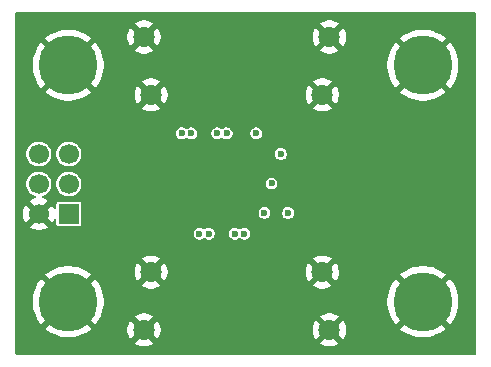
<source format=gbr>
%TF.GenerationSoftware,KiCad,Pcbnew,9.0.6*%
%TF.CreationDate,2025-12-18T20:09:51-08:00*%
%TF.ProjectId,hdmi,68646d69-2e6b-4696-9361-645f70636258,rev?*%
%TF.SameCoordinates,Original*%
%TF.FileFunction,Copper,L3,Inr*%
%TF.FilePolarity,Positive*%
%FSLAX46Y46*%
G04 Gerber Fmt 4.6, Leading zero omitted, Abs format (unit mm)*
G04 Created by KiCad (PCBNEW 9.0.6) date 2025-12-18 20:09:51*
%MOMM*%
%LPD*%
G01*
G04 APERTURE LIST*
%TA.AperFunction,ComponentPad*%
%ADD10C,5.000000*%
%TD*%
%TA.AperFunction,ComponentPad*%
%ADD11C,1.800000*%
%TD*%
%TA.AperFunction,ComponentPad*%
%ADD12R,1.700000X1.700000*%
%TD*%
%TA.AperFunction,ComponentPad*%
%ADD13C,1.700000*%
%TD*%
%TA.AperFunction,ViaPad*%
%ADD14C,0.600000*%
%TD*%
G04 APERTURE END LIST*
D10*
%TO.N,GND*%
%TO.C,H2*%
X150000000Y-80000000D03*
%TD*%
%TO.N,GND*%
%TO.C,H4*%
X150000000Y-100000000D03*
%TD*%
%TO.N,GND*%
%TO.C,H1*%
X120000000Y-80000000D03*
%TD*%
D11*
%TO.N,GND*%
%TO.C,J1*%
X142100000Y-77600000D03*
X141500000Y-82500000D03*
X127000000Y-82500000D03*
X126400000Y-77600000D03*
%TD*%
D10*
%TO.N,GND*%
%TO.C,H3*%
X120000000Y-100000000D03*
%TD*%
D12*
%TO.N,unconnected-(J3-Pin_1-Pad1)*%
%TO.C,J3*%
X120040000Y-92580000D03*
D13*
%TO.N,GND*%
X117500000Y-92580000D03*
%TO.N,unconnected-(J3-Pin_3-Pad3)*%
X120040000Y-90040000D03*
%TO.N,Net-(D2-K)*%
X117500000Y-90040000D03*
%TO.N,VDD*%
X120040000Y-87500000D03*
%TO.N,Net-(D1-K)*%
X117500000Y-87500000D03*
%TD*%
D11*
%TO.N,GND*%
%TO.C,J2*%
X142100000Y-102400000D03*
X141500000Y-97500000D03*
X127000000Y-97500000D03*
X126400000Y-102400000D03*
%TD*%
D14*
%TO.N,Net-(J1-HPD)*%
X138600000Y-92500000D03*
%TO.N,Net-(J1-SDA)*%
X137200000Y-90000000D03*
%TO.N,Net-(J1-UTILITY)*%
X135900000Y-85750000D03*
%TO.N,Net-(J1-SCL)*%
X136600000Y-92500000D03*
%TO.N,/D0+*%
X132600000Y-85750000D03*
%TO.N,/D1+*%
X131100000Y-94250000D03*
%TO.N,/D2+*%
X129600000Y-85750000D03*
%TO.N,/D1-*%
X131900000Y-94250000D03*
%TO.N,/D0-*%
X133400000Y-85750000D03*
%TO.N,/D2-*%
X130400000Y-85750000D03*
%TO.N,/CK+*%
X134100000Y-94250000D03*
%TO.N,/CK-*%
X134900000Y-94250000D03*
%TO.N,GND*%
X132500000Y-100000000D03*
X129000000Y-89500000D03*
X150000000Y-87000000D03*
X145500000Y-81000000D03*
X130000000Y-80000000D03*
X130000000Y-82000000D03*
X150000000Y-90000000D03*
X148000000Y-93000000D03*
X129000000Y-92500000D03*
X150000000Y-95000000D03*
X145500000Y-99000000D03*
X129000000Y-90500000D03*
X141500000Y-88000000D03*
X145500000Y-85000000D03*
X130000000Y-98000000D03*
X145500000Y-95000000D03*
X150000000Y-86000000D03*
X150000000Y-91000000D03*
X150000000Y-92000000D03*
X145500000Y-97000000D03*
X133000000Y-98000000D03*
X145500000Y-87000000D03*
X139250000Y-89000000D03*
X129000000Y-91500000D03*
X150000000Y-93000000D03*
X129000000Y-88500000D03*
X137500000Y-82000000D03*
X148000000Y-87000000D03*
X141500000Y-92000000D03*
X134500000Y-98000000D03*
X145500000Y-83000000D03*
X141500000Y-85000000D03*
X120000000Y-95000000D03*
X141500000Y-87000000D03*
X150000000Y-94000000D03*
X132500000Y-80000000D03*
X150000000Y-85000000D03*
X141500000Y-94000000D03*
X141500000Y-93000000D03*
X141500000Y-90000000D03*
X120000000Y-85000000D03*
X139250000Y-88000000D03*
X150000000Y-89000000D03*
X143500000Y-87000000D03*
X130000000Y-100000000D03*
X139250000Y-90000000D03*
X139250000Y-86000000D03*
X141500000Y-89000000D03*
X141500000Y-95000000D03*
X131500000Y-82000000D03*
X150000000Y-88000000D03*
X137500000Y-100000000D03*
X141500000Y-91000000D03*
X139250000Y-87000000D03*
X134500000Y-82000000D03*
X139250000Y-91000000D03*
X143500000Y-93000000D03*
X129000000Y-86500000D03*
X143500000Y-90000000D03*
X135000000Y-80000000D03*
X129000000Y-87500000D03*
X137500000Y-80000000D03*
X129000000Y-94500000D03*
X137500000Y-98000000D03*
X133000000Y-82000000D03*
X129000000Y-93500000D03*
X141500000Y-86000000D03*
X135000000Y-100000000D03*
X131500000Y-98000000D03*
X139250000Y-94000000D03*
X145500000Y-93000000D03*
%TO.N,Net-(J1-+5V)*%
X138000000Y-87500000D03*
%TD*%
%TA.AperFunction,Conductor*%
%TO.N,GND*%
G36*
X154442539Y-75520185D02*
G01*
X154488294Y-75572989D01*
X154499500Y-75624500D01*
X154499500Y-104375500D01*
X154479815Y-104442539D01*
X154427011Y-104488294D01*
X154375500Y-104499500D01*
X115624500Y-104499500D01*
X115557461Y-104479815D01*
X115511706Y-104427011D01*
X115500500Y-104375500D01*
X115500500Y-99831519D01*
X117000000Y-99831519D01*
X117000000Y-100168480D01*
X117037725Y-100503297D01*
X117037727Y-100503313D01*
X117112705Y-100831814D01*
X117112709Y-100831826D01*
X117223995Y-101149862D01*
X117370191Y-101453440D01*
X117549461Y-101738747D01*
X117708397Y-101938048D01*
X118956320Y-100690125D01*
X119046554Y-100814320D01*
X119185680Y-100953446D01*
X119309873Y-101043678D01*
X118061950Y-102291601D01*
X118261252Y-102450538D01*
X118546559Y-102629808D01*
X118850137Y-102776004D01*
X119168173Y-102887290D01*
X119168185Y-102887294D01*
X119496686Y-102962272D01*
X119496702Y-102962274D01*
X119831519Y-102999999D01*
X119831521Y-103000000D01*
X120168479Y-103000000D01*
X120168480Y-102999999D01*
X120503297Y-102962274D01*
X120503313Y-102962272D01*
X120831814Y-102887294D01*
X120831826Y-102887290D01*
X121149862Y-102776004D01*
X121453440Y-102629808D01*
X121738747Y-102450538D01*
X121938047Y-102291600D01*
X121938047Y-102291599D01*
X121936266Y-102289818D01*
X125000000Y-102289818D01*
X125000000Y-102510181D01*
X125034473Y-102727835D01*
X125102567Y-102937410D01*
X125202611Y-103133756D01*
X125248932Y-103197513D01*
X125798958Y-102647487D01*
X125823978Y-102707890D01*
X125895112Y-102814351D01*
X125985649Y-102904888D01*
X126092110Y-102976022D01*
X126152510Y-103001041D01*
X125602485Y-103551065D01*
X125602485Y-103551066D01*
X125666243Y-103597388D01*
X125862589Y-103697432D01*
X126072164Y-103765526D01*
X126289819Y-103800000D01*
X126510181Y-103800000D01*
X126727835Y-103765526D01*
X126937410Y-103697432D01*
X127133760Y-103597386D01*
X127197513Y-103551066D01*
X127197514Y-103551066D01*
X126647488Y-103001041D01*
X126707890Y-102976022D01*
X126814351Y-102904888D01*
X126904888Y-102814351D01*
X126976022Y-102707890D01*
X127001041Y-102647488D01*
X127551066Y-103197514D01*
X127551066Y-103197513D01*
X127597386Y-103133760D01*
X127697432Y-102937410D01*
X127765526Y-102727835D01*
X127800000Y-102510181D01*
X127800000Y-102289818D01*
X140700000Y-102289818D01*
X140700000Y-102510181D01*
X140734473Y-102727835D01*
X140802567Y-102937410D01*
X140902611Y-103133756D01*
X140948932Y-103197513D01*
X141498958Y-102647487D01*
X141523978Y-102707890D01*
X141595112Y-102814351D01*
X141685649Y-102904888D01*
X141792110Y-102976022D01*
X141852510Y-103001041D01*
X141302485Y-103551065D01*
X141302485Y-103551066D01*
X141366243Y-103597388D01*
X141562589Y-103697432D01*
X141772164Y-103765526D01*
X141989819Y-103800000D01*
X142210181Y-103800000D01*
X142427835Y-103765526D01*
X142637410Y-103697432D01*
X142833760Y-103597386D01*
X142897513Y-103551066D01*
X142897514Y-103551066D01*
X142347488Y-103001041D01*
X142407890Y-102976022D01*
X142514351Y-102904888D01*
X142604888Y-102814351D01*
X142676022Y-102707890D01*
X142701041Y-102647489D01*
X143251066Y-103197514D01*
X143251066Y-103197513D01*
X143297386Y-103133760D01*
X143397432Y-102937410D01*
X143465526Y-102727835D01*
X143500000Y-102510181D01*
X143500000Y-102289821D01*
X143495681Y-102262555D01*
X143495681Y-102262553D01*
X143465526Y-102072164D01*
X143397432Y-101862589D01*
X143297388Y-101666243D01*
X143251066Y-101602485D01*
X143251065Y-101602485D01*
X142701041Y-102152510D01*
X142676022Y-102092110D01*
X142604888Y-101985649D01*
X142514351Y-101895112D01*
X142407890Y-101823978D01*
X142347487Y-101798957D01*
X142897513Y-101248932D01*
X142833756Y-101202611D01*
X142637410Y-101102567D01*
X142427835Y-101034473D01*
X142210181Y-101000000D01*
X141989819Y-101000000D01*
X141772164Y-101034473D01*
X141562589Y-101102567D01*
X141366233Y-101202616D01*
X141302485Y-101248931D01*
X141302485Y-101248932D01*
X141852511Y-101798958D01*
X141792110Y-101823978D01*
X141685649Y-101895112D01*
X141595112Y-101985649D01*
X141523978Y-102092110D01*
X141498958Y-102152511D01*
X140948932Y-101602485D01*
X140948931Y-101602485D01*
X140902616Y-101666233D01*
X140802567Y-101862589D01*
X140734473Y-102072164D01*
X140700000Y-102289818D01*
X127800000Y-102289818D01*
X127765526Y-102072164D01*
X127697432Y-101862589D01*
X127597388Y-101666243D01*
X127551066Y-101602485D01*
X127551065Y-101602485D01*
X127001041Y-102152510D01*
X126976022Y-102092110D01*
X126904888Y-101985649D01*
X126814351Y-101895112D01*
X126707890Y-101823978D01*
X126647487Y-101798957D01*
X127197513Y-101248932D01*
X127133756Y-101202611D01*
X126937410Y-101102567D01*
X126727835Y-101034473D01*
X126510181Y-101000000D01*
X126289819Y-101000000D01*
X126072164Y-101034473D01*
X125862589Y-101102567D01*
X125666233Y-101202616D01*
X125602485Y-101248931D01*
X125602485Y-101248932D01*
X126152511Y-101798958D01*
X126092110Y-101823978D01*
X125985649Y-101895112D01*
X125895112Y-101985649D01*
X125823978Y-102092110D01*
X125798958Y-102152511D01*
X125248932Y-101602485D01*
X125248931Y-101602485D01*
X125202616Y-101666233D01*
X125102567Y-101862589D01*
X125034473Y-102072164D01*
X125000000Y-102289818D01*
X121936266Y-102289818D01*
X120690126Y-101043678D01*
X120814320Y-100953446D01*
X120953446Y-100814320D01*
X121043678Y-100690126D01*
X122291600Y-101938048D01*
X122450538Y-101738747D01*
X122629808Y-101453440D01*
X122731446Y-101242389D01*
X122776004Y-101149862D01*
X122887290Y-100831826D01*
X122887294Y-100831814D01*
X122962272Y-100503313D01*
X122962274Y-100503297D01*
X122999999Y-100168480D01*
X123000000Y-100168478D01*
X123000000Y-99831521D01*
X122999999Y-99831519D01*
X147000000Y-99831519D01*
X147000000Y-100168480D01*
X147037725Y-100503297D01*
X147037727Y-100503313D01*
X147112705Y-100831814D01*
X147112709Y-100831826D01*
X147223995Y-101149862D01*
X147370191Y-101453440D01*
X147549461Y-101738747D01*
X147708397Y-101938048D01*
X148956320Y-100690125D01*
X149046554Y-100814320D01*
X149185680Y-100953446D01*
X149309873Y-101043678D01*
X148061950Y-102291601D01*
X148261252Y-102450538D01*
X148546559Y-102629808D01*
X148850137Y-102776004D01*
X149168173Y-102887290D01*
X149168185Y-102887294D01*
X149496686Y-102962272D01*
X149496702Y-102962274D01*
X149831519Y-102999999D01*
X149831521Y-103000000D01*
X150168479Y-103000000D01*
X150168480Y-102999999D01*
X150503297Y-102962274D01*
X150503313Y-102962272D01*
X150831814Y-102887294D01*
X150831826Y-102887290D01*
X151149862Y-102776004D01*
X151453440Y-102629808D01*
X151738747Y-102450538D01*
X151938048Y-102291600D01*
X150690126Y-101043678D01*
X150814320Y-100953446D01*
X150953446Y-100814320D01*
X151043678Y-100690126D01*
X152291600Y-101938048D01*
X152450538Y-101738747D01*
X152629808Y-101453440D01*
X152776004Y-101149862D01*
X152887290Y-100831826D01*
X152887294Y-100831814D01*
X152962272Y-100503313D01*
X152962274Y-100503297D01*
X152999999Y-100168480D01*
X153000000Y-100168478D01*
X153000000Y-99831521D01*
X152999999Y-99831519D01*
X152962274Y-99496702D01*
X152962272Y-99496686D01*
X152887294Y-99168185D01*
X152887290Y-99168173D01*
X152776004Y-98850137D01*
X152629808Y-98546559D01*
X152450538Y-98261252D01*
X152291601Y-98061950D01*
X151043678Y-99309873D01*
X150953446Y-99185680D01*
X150814320Y-99046554D01*
X150690124Y-98956320D01*
X151938048Y-97708397D01*
X151738747Y-97549461D01*
X151453440Y-97370191D01*
X151149862Y-97223995D01*
X150831826Y-97112709D01*
X150831814Y-97112705D01*
X150503313Y-97037727D01*
X150503297Y-97037725D01*
X150168480Y-97000000D01*
X149831519Y-97000000D01*
X149496702Y-97037725D01*
X149496686Y-97037727D01*
X149168185Y-97112705D01*
X149168173Y-97112709D01*
X148850137Y-97223995D01*
X148546559Y-97370191D01*
X148261252Y-97549461D01*
X148061950Y-97708397D01*
X149309873Y-98956320D01*
X149185680Y-99046554D01*
X149046554Y-99185680D01*
X148956320Y-99309873D01*
X147708397Y-98061950D01*
X147549461Y-98261252D01*
X147370191Y-98546559D01*
X147223995Y-98850137D01*
X147112709Y-99168173D01*
X147112705Y-99168185D01*
X147037727Y-99496686D01*
X147037725Y-99496702D01*
X147000000Y-99831519D01*
X122999999Y-99831519D01*
X122962274Y-99496702D01*
X122962272Y-99496686D01*
X122887294Y-99168185D01*
X122887290Y-99168173D01*
X122776004Y-98850137D01*
X122683287Y-98657609D01*
X122629808Y-98546559D01*
X122450538Y-98261252D01*
X122291601Y-98061950D01*
X121043678Y-99309873D01*
X120953446Y-99185680D01*
X120814320Y-99046554D01*
X120690124Y-98956320D01*
X121938048Y-97708397D01*
X121738747Y-97549461D01*
X121644020Y-97489940D01*
X121484676Y-97389818D01*
X125600000Y-97389818D01*
X125600000Y-97610181D01*
X125634473Y-97827835D01*
X125702567Y-98037410D01*
X125802611Y-98233756D01*
X125848932Y-98297513D01*
X126398958Y-97747487D01*
X126423978Y-97807890D01*
X126495112Y-97914351D01*
X126585649Y-98004888D01*
X126692110Y-98076022D01*
X126752510Y-98101041D01*
X126202485Y-98651065D01*
X126202485Y-98651066D01*
X126266243Y-98697388D01*
X126462589Y-98797432D01*
X126672164Y-98865526D01*
X126889819Y-98900000D01*
X127110181Y-98900000D01*
X127327835Y-98865526D01*
X127537410Y-98797432D01*
X127733760Y-98697386D01*
X127797513Y-98651066D01*
X127797514Y-98651066D01*
X127247488Y-98101041D01*
X127307890Y-98076022D01*
X127414351Y-98004888D01*
X127504888Y-97914351D01*
X127576022Y-97807890D01*
X127601041Y-97747488D01*
X128151066Y-98297514D01*
X128151066Y-98297513D01*
X128197386Y-98233760D01*
X128297432Y-98037410D01*
X128365526Y-97827835D01*
X128400000Y-97610181D01*
X128400000Y-97389818D01*
X140100000Y-97389818D01*
X140100000Y-97610181D01*
X140134473Y-97827835D01*
X140202567Y-98037410D01*
X140302611Y-98233756D01*
X140348932Y-98297513D01*
X140898958Y-97747487D01*
X140923978Y-97807890D01*
X140995112Y-97914351D01*
X141085649Y-98004888D01*
X141192110Y-98076022D01*
X141252510Y-98101041D01*
X140702485Y-98651065D01*
X140702485Y-98651066D01*
X140766243Y-98697388D01*
X140962589Y-98797432D01*
X141172164Y-98865526D01*
X141389819Y-98900000D01*
X141610181Y-98900000D01*
X141827835Y-98865526D01*
X142037410Y-98797432D01*
X142233760Y-98697386D01*
X142297513Y-98651066D01*
X142297514Y-98651066D01*
X141747488Y-98101041D01*
X141807890Y-98076022D01*
X141914351Y-98004888D01*
X142004888Y-97914351D01*
X142076022Y-97807890D01*
X142101041Y-97747489D01*
X142651066Y-98297514D01*
X142651066Y-98297513D01*
X142697386Y-98233760D01*
X142797432Y-98037410D01*
X142865526Y-97827835D01*
X142879843Y-97737446D01*
X142900000Y-97610181D01*
X142900000Y-97389818D01*
X142865526Y-97172164D01*
X142797432Y-96962589D01*
X142697388Y-96766243D01*
X142651066Y-96702485D01*
X142651065Y-96702485D01*
X142101041Y-97252510D01*
X142076022Y-97192110D01*
X142004888Y-97085649D01*
X141914351Y-96995112D01*
X141807890Y-96923978D01*
X141747487Y-96898957D01*
X142297513Y-96348932D01*
X142233756Y-96302611D01*
X142037410Y-96202567D01*
X141827835Y-96134473D01*
X141610181Y-96100000D01*
X141389819Y-96100000D01*
X141172164Y-96134473D01*
X140962589Y-96202567D01*
X140766233Y-96302616D01*
X140702485Y-96348931D01*
X140702485Y-96348932D01*
X141252511Y-96898958D01*
X141192110Y-96923978D01*
X141085649Y-96995112D01*
X140995112Y-97085649D01*
X140923978Y-97192110D01*
X140898958Y-97252511D01*
X140348932Y-96702485D01*
X140348931Y-96702485D01*
X140302616Y-96766233D01*
X140202567Y-96962589D01*
X140134473Y-97172164D01*
X140100000Y-97389818D01*
X128400000Y-97389818D01*
X128365526Y-97172164D01*
X128297432Y-96962589D01*
X128197388Y-96766243D01*
X128151066Y-96702485D01*
X128151065Y-96702485D01*
X127601041Y-97252510D01*
X127576022Y-97192110D01*
X127504888Y-97085649D01*
X127414351Y-96995112D01*
X127307890Y-96923978D01*
X127247487Y-96898957D01*
X127797513Y-96348932D01*
X127733756Y-96302611D01*
X127537410Y-96202567D01*
X127327835Y-96134473D01*
X127110181Y-96100000D01*
X126889819Y-96100000D01*
X126672164Y-96134473D01*
X126462589Y-96202567D01*
X126266233Y-96302616D01*
X126202485Y-96348931D01*
X126202485Y-96348932D01*
X126752511Y-96898958D01*
X126692110Y-96923978D01*
X126585649Y-96995112D01*
X126495112Y-97085649D01*
X126423978Y-97192110D01*
X126398958Y-97252511D01*
X125848932Y-96702485D01*
X125848931Y-96702485D01*
X125802616Y-96766233D01*
X125702567Y-96962589D01*
X125634473Y-97172164D01*
X125600000Y-97389818D01*
X121484676Y-97389818D01*
X121453440Y-97370191D01*
X121149862Y-97223995D01*
X120831826Y-97112709D01*
X120831814Y-97112705D01*
X120503313Y-97037727D01*
X120503297Y-97037725D01*
X120168480Y-97000000D01*
X119831519Y-97000000D01*
X119496702Y-97037725D01*
X119496686Y-97037727D01*
X119168185Y-97112705D01*
X119168173Y-97112709D01*
X118850137Y-97223995D01*
X118546559Y-97370191D01*
X118261252Y-97549461D01*
X118061950Y-97708397D01*
X119309873Y-98956320D01*
X119185680Y-99046554D01*
X119046554Y-99185680D01*
X118956320Y-99309873D01*
X117708397Y-98061950D01*
X117549461Y-98261252D01*
X117370191Y-98546559D01*
X117223995Y-98850137D01*
X117112709Y-99168173D01*
X117112705Y-99168185D01*
X117037727Y-99496686D01*
X117037725Y-99496702D01*
X117000000Y-99831519D01*
X115500500Y-99831519D01*
X115500500Y-94184108D01*
X130599500Y-94184108D01*
X130599500Y-94315891D01*
X130633608Y-94443187D01*
X130666554Y-94500250D01*
X130699500Y-94557314D01*
X130792686Y-94650500D01*
X130906814Y-94716392D01*
X131034108Y-94750500D01*
X131034110Y-94750500D01*
X131165890Y-94750500D01*
X131165892Y-94750500D01*
X131293186Y-94716392D01*
X131407314Y-94650500D01*
X131412319Y-94645495D01*
X131473642Y-94612010D01*
X131543334Y-94616994D01*
X131587681Y-94645495D01*
X131592686Y-94650500D01*
X131706814Y-94716392D01*
X131834108Y-94750500D01*
X131834110Y-94750500D01*
X131965890Y-94750500D01*
X131965892Y-94750500D01*
X132093186Y-94716392D01*
X132207314Y-94650500D01*
X132300500Y-94557314D01*
X132366392Y-94443186D01*
X132400500Y-94315892D01*
X132400500Y-94184108D01*
X133599500Y-94184108D01*
X133599500Y-94315891D01*
X133633608Y-94443187D01*
X133666554Y-94500250D01*
X133699500Y-94557314D01*
X133792686Y-94650500D01*
X133906814Y-94716392D01*
X134034108Y-94750500D01*
X134034110Y-94750500D01*
X134165890Y-94750500D01*
X134165892Y-94750500D01*
X134293186Y-94716392D01*
X134407314Y-94650500D01*
X134412319Y-94645495D01*
X134473642Y-94612010D01*
X134543334Y-94616994D01*
X134587681Y-94645495D01*
X134592686Y-94650500D01*
X134706814Y-94716392D01*
X134834108Y-94750500D01*
X134834110Y-94750500D01*
X134965890Y-94750500D01*
X134965892Y-94750500D01*
X135093186Y-94716392D01*
X135207314Y-94650500D01*
X135300500Y-94557314D01*
X135366392Y-94443186D01*
X135400500Y-94315892D01*
X135400500Y-94184108D01*
X135366392Y-94056814D01*
X135300500Y-93942686D01*
X135207314Y-93849500D01*
X135150250Y-93816554D01*
X135093187Y-93783608D01*
X135029539Y-93766554D01*
X134965892Y-93749500D01*
X134834108Y-93749500D01*
X134706812Y-93783608D01*
X134592686Y-93849500D01*
X134592683Y-93849502D01*
X134587681Y-93854505D01*
X134526358Y-93887990D01*
X134456666Y-93883006D01*
X134412319Y-93854505D01*
X134407316Y-93849502D01*
X134407314Y-93849500D01*
X134350250Y-93816554D01*
X134293187Y-93783608D01*
X134229539Y-93766554D01*
X134165892Y-93749500D01*
X134034108Y-93749500D01*
X133906812Y-93783608D01*
X133792686Y-93849500D01*
X133792683Y-93849502D01*
X133699502Y-93942683D01*
X133699500Y-93942686D01*
X133633608Y-94056812D01*
X133599500Y-94184108D01*
X132400500Y-94184108D01*
X132366392Y-94056814D01*
X132300500Y-93942686D01*
X132207314Y-93849500D01*
X132150250Y-93816554D01*
X132093187Y-93783608D01*
X132029539Y-93766554D01*
X131965892Y-93749500D01*
X131834108Y-93749500D01*
X131706812Y-93783608D01*
X131592686Y-93849500D01*
X131592683Y-93849502D01*
X131587681Y-93854505D01*
X131526358Y-93887990D01*
X131456666Y-93883006D01*
X131412319Y-93854505D01*
X131407316Y-93849502D01*
X131407314Y-93849500D01*
X131350250Y-93816554D01*
X131293187Y-93783608D01*
X131229539Y-93766554D01*
X131165892Y-93749500D01*
X131034108Y-93749500D01*
X130906812Y-93783608D01*
X130792686Y-93849500D01*
X130792683Y-93849502D01*
X130699502Y-93942683D01*
X130699500Y-93942686D01*
X130633608Y-94056812D01*
X130599500Y-94184108D01*
X115500500Y-94184108D01*
X115500500Y-92473753D01*
X116150000Y-92473753D01*
X116150000Y-92686246D01*
X116183242Y-92896127D01*
X116183242Y-92896130D01*
X116248904Y-93098217D01*
X116345375Y-93287550D01*
X116384728Y-93341716D01*
X117017037Y-92709408D01*
X117034075Y-92772993D01*
X117099901Y-92887007D01*
X117192993Y-92980099D01*
X117307007Y-93045925D01*
X117370590Y-93062962D01*
X116738282Y-93695269D01*
X116738282Y-93695270D01*
X116792449Y-93734624D01*
X116981782Y-93831095D01*
X117183870Y-93896757D01*
X117393754Y-93930000D01*
X117606246Y-93930000D01*
X117816127Y-93896757D01*
X117816130Y-93896757D01*
X118018217Y-93831095D01*
X118207554Y-93734622D01*
X118261716Y-93695270D01*
X118261717Y-93695270D01*
X117629408Y-93062962D01*
X117692993Y-93045925D01*
X117807007Y-92980099D01*
X117900099Y-92887007D01*
X117965925Y-92772993D01*
X117982962Y-92709408D01*
X118615270Y-93341717D01*
X118615270Y-93341716D01*
X118654622Y-93287554D01*
X118753306Y-93093879D01*
X118754321Y-93094396D01*
X118794779Y-93044192D01*
X118861073Y-93022127D01*
X118928772Y-93039406D01*
X118976383Y-93090542D01*
X118989500Y-93146048D01*
X118989500Y-93449752D01*
X119001131Y-93508229D01*
X119001132Y-93508230D01*
X119045447Y-93574552D01*
X119111769Y-93618867D01*
X119111770Y-93618868D01*
X119170247Y-93630499D01*
X119170250Y-93630500D01*
X119170252Y-93630500D01*
X120909750Y-93630500D01*
X120909751Y-93630499D01*
X120924568Y-93627552D01*
X120968229Y-93618868D01*
X120968229Y-93618867D01*
X120968231Y-93618867D01*
X121034552Y-93574552D01*
X121078867Y-93508231D01*
X121078867Y-93508229D01*
X121078868Y-93508229D01*
X121090499Y-93449752D01*
X121090500Y-93449750D01*
X121090500Y-92434108D01*
X136099500Y-92434108D01*
X136099500Y-92565891D01*
X136133608Y-92693187D01*
X136166554Y-92750250D01*
X136199500Y-92807314D01*
X136292686Y-92900500D01*
X136406814Y-92966392D01*
X136534108Y-93000500D01*
X136534110Y-93000500D01*
X136665890Y-93000500D01*
X136665892Y-93000500D01*
X136793186Y-92966392D01*
X136907314Y-92900500D01*
X137000500Y-92807314D01*
X137066392Y-92693186D01*
X137100500Y-92565892D01*
X137100500Y-92434108D01*
X138099500Y-92434108D01*
X138099500Y-92565891D01*
X138133608Y-92693187D01*
X138166554Y-92750250D01*
X138199500Y-92807314D01*
X138292686Y-92900500D01*
X138406814Y-92966392D01*
X138534108Y-93000500D01*
X138534110Y-93000500D01*
X138665890Y-93000500D01*
X138665892Y-93000500D01*
X138793186Y-92966392D01*
X138907314Y-92900500D01*
X139000500Y-92807314D01*
X139066392Y-92693186D01*
X139100500Y-92565892D01*
X139100500Y-92434108D01*
X139066392Y-92306814D01*
X139000500Y-92192686D01*
X138907314Y-92099500D01*
X138841985Y-92061782D01*
X138793187Y-92033608D01*
X138719824Y-92013951D01*
X138665892Y-91999500D01*
X138534108Y-91999500D01*
X138406812Y-92033608D01*
X138292686Y-92099500D01*
X138292683Y-92099502D01*
X138199502Y-92192683D01*
X138199500Y-92192686D01*
X138133608Y-92306812D01*
X138099500Y-92434108D01*
X137100500Y-92434108D01*
X137066392Y-92306814D01*
X137000500Y-92192686D01*
X136907314Y-92099500D01*
X136841985Y-92061782D01*
X136793187Y-92033608D01*
X136719824Y-92013951D01*
X136665892Y-91999500D01*
X136534108Y-91999500D01*
X136406812Y-92033608D01*
X136292686Y-92099500D01*
X136292683Y-92099502D01*
X136199502Y-92192683D01*
X136199500Y-92192686D01*
X136133608Y-92306812D01*
X136099500Y-92434108D01*
X121090500Y-92434108D01*
X121090500Y-91710249D01*
X121090499Y-91710247D01*
X121078868Y-91651770D01*
X121078867Y-91651769D01*
X121034552Y-91585447D01*
X120968230Y-91541132D01*
X120968229Y-91541131D01*
X120909752Y-91529500D01*
X120909748Y-91529500D01*
X119170252Y-91529500D01*
X119170247Y-91529500D01*
X119111770Y-91541131D01*
X119111769Y-91541132D01*
X119045447Y-91585447D01*
X119001132Y-91651769D01*
X119001131Y-91651770D01*
X118989500Y-91710247D01*
X118989500Y-92013951D01*
X118969815Y-92080990D01*
X118917011Y-92126745D01*
X118847853Y-92136689D01*
X118784297Y-92107664D01*
X118754061Y-92065736D01*
X118753306Y-92066121D01*
X118654624Y-91872449D01*
X118615270Y-91818282D01*
X118615269Y-91818282D01*
X117982962Y-92450590D01*
X117965925Y-92387007D01*
X117900099Y-92272993D01*
X117807007Y-92179901D01*
X117692993Y-92114075D01*
X117629409Y-92097037D01*
X118261716Y-91464728D01*
X118207550Y-91425375D01*
X118018216Y-91328904D01*
X117842026Y-91271656D01*
X117784350Y-91232218D01*
X117757152Y-91167860D01*
X117769067Y-91099013D01*
X117816311Y-91047538D01*
X117832882Y-91039168D01*
X117997598Y-90970941D01*
X118169655Y-90855977D01*
X118315977Y-90709655D01*
X118430941Y-90537598D01*
X118510130Y-90346420D01*
X118550500Y-90143465D01*
X118550500Y-89936535D01*
X118550499Y-89936532D01*
X118550499Y-89936530D01*
X118989500Y-89936530D01*
X118989500Y-90143469D01*
X119029868Y-90346412D01*
X119029870Y-90346420D01*
X119109058Y-90537596D01*
X119224024Y-90709657D01*
X119370342Y-90855975D01*
X119370345Y-90855977D01*
X119542402Y-90970941D01*
X119733580Y-91050130D01*
X119898855Y-91083005D01*
X119936530Y-91090499D01*
X119936534Y-91090500D01*
X119936535Y-91090500D01*
X120143466Y-91090500D01*
X120143467Y-91090499D01*
X120346420Y-91050130D01*
X120537598Y-90970941D01*
X120709655Y-90855977D01*
X120855977Y-90709655D01*
X120970941Y-90537598D01*
X121050130Y-90346420D01*
X121090500Y-90143465D01*
X121090500Y-89936535D01*
X121090500Y-89936534D01*
X121090500Y-89936532D01*
X121090018Y-89934108D01*
X136699500Y-89934108D01*
X136699500Y-90065891D01*
X136733608Y-90193187D01*
X136766554Y-90250250D01*
X136799500Y-90307314D01*
X136892686Y-90400500D01*
X137006814Y-90466392D01*
X137134108Y-90500500D01*
X137134110Y-90500500D01*
X137265890Y-90500500D01*
X137265892Y-90500500D01*
X137393186Y-90466392D01*
X137507314Y-90400500D01*
X137600500Y-90307314D01*
X137666392Y-90193186D01*
X137700500Y-90065892D01*
X137700500Y-89934108D01*
X137666392Y-89806814D01*
X137600500Y-89692686D01*
X137507314Y-89599500D01*
X137450250Y-89566554D01*
X137393187Y-89533608D01*
X137329539Y-89516554D01*
X137265892Y-89499500D01*
X137134108Y-89499500D01*
X137006812Y-89533608D01*
X136892686Y-89599500D01*
X136892683Y-89599502D01*
X136799502Y-89692683D01*
X136799500Y-89692686D01*
X136733608Y-89806812D01*
X136699500Y-89934108D01*
X121090018Y-89934108D01*
X121050131Y-89733587D01*
X121050130Y-89733580D01*
X120970941Y-89542402D01*
X120855977Y-89370345D01*
X120855975Y-89370342D01*
X120709657Y-89224024D01*
X120623626Y-89166541D01*
X120537598Y-89109059D01*
X120346420Y-89029870D01*
X120346412Y-89029868D01*
X120143469Y-88989500D01*
X120143465Y-88989500D01*
X119936535Y-88989500D01*
X119936530Y-88989500D01*
X119733587Y-89029868D01*
X119733579Y-89029870D01*
X119542403Y-89109058D01*
X119370342Y-89224024D01*
X119224024Y-89370342D01*
X119109058Y-89542403D01*
X119029870Y-89733579D01*
X119029868Y-89733587D01*
X118989500Y-89936530D01*
X118550499Y-89936530D01*
X118524697Y-89806814D01*
X118510130Y-89733580D01*
X118430941Y-89542402D01*
X118315977Y-89370345D01*
X118315975Y-89370342D01*
X118169657Y-89224024D01*
X118083626Y-89166541D01*
X117997598Y-89109059D01*
X117806420Y-89029870D01*
X117806412Y-89029868D01*
X117603469Y-88989500D01*
X117603465Y-88989500D01*
X117396535Y-88989500D01*
X117396530Y-88989500D01*
X117193587Y-89029868D01*
X117193579Y-89029870D01*
X117002403Y-89109058D01*
X116830342Y-89224024D01*
X116684024Y-89370342D01*
X116569058Y-89542403D01*
X116489870Y-89733579D01*
X116489868Y-89733587D01*
X116449500Y-89936530D01*
X116449500Y-90143469D01*
X116489868Y-90346412D01*
X116489870Y-90346420D01*
X116569058Y-90537596D01*
X116684024Y-90709657D01*
X116830342Y-90855975D01*
X117002405Y-90970943D01*
X117105043Y-91013456D01*
X117167108Y-91039164D01*
X117221511Y-91083005D01*
X117243576Y-91149299D01*
X117226297Y-91216998D01*
X117175160Y-91264609D01*
X117157974Y-91271656D01*
X116981781Y-91328905D01*
X116792439Y-91425380D01*
X116738282Y-91464727D01*
X116738282Y-91464728D01*
X117370591Y-92097037D01*
X117307007Y-92114075D01*
X117192993Y-92179901D01*
X117099901Y-92272993D01*
X117034075Y-92387007D01*
X117017037Y-92450591D01*
X116384728Y-91818282D01*
X116384727Y-91818282D01*
X116345380Y-91872439D01*
X116248904Y-92061782D01*
X116183242Y-92263869D01*
X116183242Y-92263872D01*
X116150000Y-92473753D01*
X115500500Y-92473753D01*
X115500500Y-87396530D01*
X116449500Y-87396530D01*
X116449500Y-87603469D01*
X116489868Y-87806412D01*
X116489870Y-87806420D01*
X116556132Y-87966391D01*
X116569059Y-87997598D01*
X116570998Y-88000500D01*
X116684024Y-88169657D01*
X116830342Y-88315975D01*
X116830345Y-88315977D01*
X117002402Y-88430941D01*
X117193580Y-88510130D01*
X117396530Y-88550499D01*
X117396534Y-88550500D01*
X117396535Y-88550500D01*
X117603466Y-88550500D01*
X117603467Y-88550499D01*
X117806420Y-88510130D01*
X117997598Y-88430941D01*
X118169655Y-88315977D01*
X118315977Y-88169655D01*
X118430941Y-87997598D01*
X118510130Y-87806420D01*
X118550500Y-87603465D01*
X118550500Y-87396535D01*
X118550499Y-87396530D01*
X118989500Y-87396530D01*
X118989500Y-87603469D01*
X119029868Y-87806412D01*
X119029870Y-87806420D01*
X119096132Y-87966391D01*
X119109059Y-87997598D01*
X119110998Y-88000500D01*
X119224024Y-88169657D01*
X119370342Y-88315975D01*
X119370345Y-88315977D01*
X119542402Y-88430941D01*
X119733580Y-88510130D01*
X119936530Y-88550499D01*
X119936534Y-88550500D01*
X119936535Y-88550500D01*
X120143466Y-88550500D01*
X120143467Y-88550499D01*
X120346420Y-88510130D01*
X120537598Y-88430941D01*
X120709655Y-88315977D01*
X120855977Y-88169655D01*
X120970941Y-87997598D01*
X121050130Y-87806420D01*
X121090500Y-87603465D01*
X121090500Y-87434108D01*
X137499500Y-87434108D01*
X137499500Y-87565891D01*
X137533608Y-87693187D01*
X137566554Y-87750250D01*
X137599500Y-87807314D01*
X137692686Y-87900500D01*
X137806814Y-87966392D01*
X137934108Y-88000500D01*
X137934110Y-88000500D01*
X138065890Y-88000500D01*
X138065892Y-88000500D01*
X138193186Y-87966392D01*
X138307314Y-87900500D01*
X138400500Y-87807314D01*
X138466392Y-87693186D01*
X138500500Y-87565892D01*
X138500500Y-87434108D01*
X138466392Y-87306814D01*
X138400500Y-87192686D01*
X138307314Y-87099500D01*
X138250250Y-87066554D01*
X138193187Y-87033608D01*
X138129539Y-87016554D01*
X138065892Y-86999500D01*
X137934108Y-86999500D01*
X137806812Y-87033608D01*
X137692686Y-87099500D01*
X137692683Y-87099502D01*
X137599502Y-87192683D01*
X137599500Y-87192686D01*
X137533608Y-87306812D01*
X137499500Y-87434108D01*
X121090500Y-87434108D01*
X121090500Y-87396535D01*
X121050130Y-87193580D01*
X120970941Y-87002402D01*
X120855977Y-86830345D01*
X120855975Y-86830342D01*
X120709657Y-86684024D01*
X120623626Y-86626541D01*
X120537598Y-86569059D01*
X120346420Y-86489870D01*
X120346412Y-86489868D01*
X120143469Y-86449500D01*
X120143465Y-86449500D01*
X119936535Y-86449500D01*
X119936530Y-86449500D01*
X119733587Y-86489868D01*
X119733579Y-86489870D01*
X119542403Y-86569058D01*
X119370342Y-86684024D01*
X119224024Y-86830342D01*
X119109058Y-87002403D01*
X119029870Y-87193579D01*
X119029868Y-87193587D01*
X118989500Y-87396530D01*
X118550499Y-87396530D01*
X118510130Y-87193580D01*
X118430941Y-87002402D01*
X118315977Y-86830345D01*
X118315975Y-86830342D01*
X118169657Y-86684024D01*
X118083626Y-86626541D01*
X117997598Y-86569059D01*
X117806420Y-86489870D01*
X117806412Y-86489868D01*
X117603469Y-86449500D01*
X117603465Y-86449500D01*
X117396535Y-86449500D01*
X117396530Y-86449500D01*
X117193587Y-86489868D01*
X117193579Y-86489870D01*
X117002403Y-86569058D01*
X116830342Y-86684024D01*
X116684024Y-86830342D01*
X116569058Y-87002403D01*
X116489870Y-87193579D01*
X116489868Y-87193587D01*
X116449500Y-87396530D01*
X115500500Y-87396530D01*
X115500500Y-85684108D01*
X129099500Y-85684108D01*
X129099500Y-85815891D01*
X129133608Y-85943187D01*
X129166554Y-86000250D01*
X129199500Y-86057314D01*
X129292686Y-86150500D01*
X129406814Y-86216392D01*
X129534108Y-86250500D01*
X129534110Y-86250500D01*
X129665890Y-86250500D01*
X129665892Y-86250500D01*
X129793186Y-86216392D01*
X129907314Y-86150500D01*
X129912319Y-86145495D01*
X129973642Y-86112010D01*
X130043334Y-86116994D01*
X130087681Y-86145495D01*
X130092686Y-86150500D01*
X130206814Y-86216392D01*
X130334108Y-86250500D01*
X130334110Y-86250500D01*
X130465890Y-86250500D01*
X130465892Y-86250500D01*
X130593186Y-86216392D01*
X130707314Y-86150500D01*
X130800500Y-86057314D01*
X130866392Y-85943186D01*
X130900500Y-85815892D01*
X130900500Y-85684108D01*
X132099500Y-85684108D01*
X132099500Y-85815891D01*
X132133608Y-85943187D01*
X132166554Y-86000250D01*
X132199500Y-86057314D01*
X132292686Y-86150500D01*
X132406814Y-86216392D01*
X132534108Y-86250500D01*
X132534110Y-86250500D01*
X132665890Y-86250500D01*
X132665892Y-86250500D01*
X132793186Y-86216392D01*
X132907314Y-86150500D01*
X132912319Y-86145495D01*
X132973642Y-86112010D01*
X133043334Y-86116994D01*
X133087681Y-86145495D01*
X133092686Y-86150500D01*
X133206814Y-86216392D01*
X133334108Y-86250500D01*
X133334110Y-86250500D01*
X133465890Y-86250500D01*
X133465892Y-86250500D01*
X133593186Y-86216392D01*
X133707314Y-86150500D01*
X133800500Y-86057314D01*
X133866392Y-85943186D01*
X133900500Y-85815892D01*
X133900500Y-85684108D01*
X135399500Y-85684108D01*
X135399500Y-85815891D01*
X135433608Y-85943187D01*
X135466554Y-86000250D01*
X135499500Y-86057314D01*
X135592686Y-86150500D01*
X135706814Y-86216392D01*
X135834108Y-86250500D01*
X135834110Y-86250500D01*
X135965890Y-86250500D01*
X135965892Y-86250500D01*
X136093186Y-86216392D01*
X136207314Y-86150500D01*
X136300500Y-86057314D01*
X136366392Y-85943186D01*
X136400500Y-85815892D01*
X136400500Y-85684108D01*
X136366392Y-85556814D01*
X136300500Y-85442686D01*
X136207314Y-85349500D01*
X136150250Y-85316554D01*
X136093187Y-85283608D01*
X136029539Y-85266554D01*
X135965892Y-85249500D01*
X135834108Y-85249500D01*
X135706812Y-85283608D01*
X135592686Y-85349500D01*
X135592683Y-85349502D01*
X135499502Y-85442683D01*
X135499500Y-85442686D01*
X135433608Y-85556812D01*
X135399500Y-85684108D01*
X133900500Y-85684108D01*
X133866392Y-85556814D01*
X133800500Y-85442686D01*
X133707314Y-85349500D01*
X133650250Y-85316554D01*
X133593187Y-85283608D01*
X133529539Y-85266554D01*
X133465892Y-85249500D01*
X133334108Y-85249500D01*
X133206812Y-85283608D01*
X133092686Y-85349500D01*
X133092683Y-85349502D01*
X133087681Y-85354505D01*
X133026358Y-85387990D01*
X132956666Y-85383006D01*
X132912319Y-85354505D01*
X132907316Y-85349502D01*
X132907314Y-85349500D01*
X132850250Y-85316554D01*
X132793187Y-85283608D01*
X132729539Y-85266554D01*
X132665892Y-85249500D01*
X132534108Y-85249500D01*
X132406812Y-85283608D01*
X132292686Y-85349500D01*
X132292683Y-85349502D01*
X132199502Y-85442683D01*
X132199500Y-85442686D01*
X132133608Y-85556812D01*
X132099500Y-85684108D01*
X130900500Y-85684108D01*
X130866392Y-85556814D01*
X130800500Y-85442686D01*
X130707314Y-85349500D01*
X130650250Y-85316554D01*
X130593187Y-85283608D01*
X130529539Y-85266554D01*
X130465892Y-85249500D01*
X130334108Y-85249500D01*
X130206812Y-85283608D01*
X130092686Y-85349500D01*
X130092683Y-85349502D01*
X130087681Y-85354505D01*
X130026358Y-85387990D01*
X129956666Y-85383006D01*
X129912319Y-85354505D01*
X129907316Y-85349502D01*
X129907314Y-85349500D01*
X129850250Y-85316554D01*
X129793187Y-85283608D01*
X129729539Y-85266554D01*
X129665892Y-85249500D01*
X129534108Y-85249500D01*
X129406812Y-85283608D01*
X129292686Y-85349500D01*
X129292683Y-85349502D01*
X129199502Y-85442683D01*
X129199500Y-85442686D01*
X129133608Y-85556812D01*
X129099500Y-85684108D01*
X115500500Y-85684108D01*
X115500500Y-79831519D01*
X117000000Y-79831519D01*
X117000000Y-80168480D01*
X117037725Y-80503297D01*
X117037727Y-80503313D01*
X117112705Y-80831814D01*
X117112709Y-80831826D01*
X117223995Y-81149862D01*
X117370191Y-81453440D01*
X117549461Y-81738747D01*
X117708397Y-81938048D01*
X118956320Y-80690125D01*
X119046554Y-80814320D01*
X119185680Y-80953446D01*
X119309873Y-81043678D01*
X118061950Y-82291601D01*
X118261252Y-82450538D01*
X118546559Y-82629808D01*
X118850137Y-82776004D01*
X119168173Y-82887290D01*
X119168185Y-82887294D01*
X119496686Y-82962272D01*
X119496702Y-82962274D01*
X119831519Y-82999999D01*
X119831521Y-83000000D01*
X120168479Y-83000000D01*
X120168480Y-82999999D01*
X120503297Y-82962274D01*
X120503313Y-82962272D01*
X120831814Y-82887294D01*
X120831826Y-82887290D01*
X121149862Y-82776004D01*
X121453440Y-82629808D01*
X121738747Y-82450538D01*
X121814887Y-82389818D01*
X125600000Y-82389818D01*
X125600000Y-82610181D01*
X125634473Y-82827835D01*
X125702567Y-83037410D01*
X125802611Y-83233756D01*
X125848932Y-83297513D01*
X126398958Y-82747487D01*
X126423978Y-82807890D01*
X126495112Y-82914351D01*
X126585649Y-83004888D01*
X126692110Y-83076022D01*
X126752510Y-83101041D01*
X126202485Y-83651065D01*
X126202485Y-83651066D01*
X126266243Y-83697388D01*
X126462589Y-83797432D01*
X126672164Y-83865526D01*
X126889819Y-83900000D01*
X127110181Y-83900000D01*
X127327835Y-83865526D01*
X127537410Y-83797432D01*
X127733760Y-83697386D01*
X127797513Y-83651066D01*
X127797514Y-83651066D01*
X127247488Y-83101041D01*
X127307890Y-83076022D01*
X127414351Y-83004888D01*
X127504888Y-82914351D01*
X127576022Y-82807890D01*
X127601041Y-82747488D01*
X128151066Y-83297514D01*
X128151066Y-83297513D01*
X128197386Y-83233760D01*
X128297432Y-83037410D01*
X128365526Y-82827835D01*
X128400000Y-82610181D01*
X128400000Y-82389818D01*
X140100000Y-82389818D01*
X140100000Y-82610181D01*
X140134473Y-82827835D01*
X140202567Y-83037410D01*
X140302611Y-83233756D01*
X140348932Y-83297513D01*
X140898958Y-82747487D01*
X140923978Y-82807890D01*
X140995112Y-82914351D01*
X141085649Y-83004888D01*
X141192110Y-83076022D01*
X141252510Y-83101041D01*
X140702485Y-83651065D01*
X140702485Y-83651066D01*
X140766243Y-83697388D01*
X140962589Y-83797432D01*
X141172164Y-83865526D01*
X141389819Y-83900000D01*
X141610181Y-83900000D01*
X141827835Y-83865526D01*
X142037410Y-83797432D01*
X142233760Y-83697386D01*
X142297513Y-83651066D01*
X142297514Y-83651066D01*
X141747488Y-83101041D01*
X141807890Y-83076022D01*
X141914351Y-83004888D01*
X142004888Y-82914351D01*
X142076022Y-82807890D01*
X142101041Y-82747489D01*
X142651066Y-83297514D01*
X142651066Y-83297513D01*
X142697386Y-83233760D01*
X142797432Y-83037410D01*
X142865526Y-82827835D01*
X142900000Y-82610181D01*
X142900000Y-82389818D01*
X142879843Y-82262553D01*
X142865526Y-82172164D01*
X142797432Y-81962589D01*
X142697388Y-81766243D01*
X142651066Y-81702485D01*
X142651065Y-81702485D01*
X142101041Y-82252510D01*
X142076022Y-82192110D01*
X142004888Y-82085649D01*
X141914351Y-81995112D01*
X141807890Y-81923978D01*
X141747487Y-81898957D01*
X142297513Y-81348932D01*
X142233756Y-81302611D01*
X142037410Y-81202567D01*
X141827835Y-81134473D01*
X141610181Y-81100000D01*
X141389819Y-81100000D01*
X141172164Y-81134473D01*
X140962589Y-81202567D01*
X140766233Y-81302616D01*
X140702485Y-81348931D01*
X140702485Y-81348932D01*
X141252511Y-81898958D01*
X141192110Y-81923978D01*
X141085649Y-81995112D01*
X140995112Y-82085649D01*
X140923978Y-82192110D01*
X140898958Y-82252511D01*
X140348932Y-81702485D01*
X140348931Y-81702485D01*
X140302616Y-81766233D01*
X140202567Y-81962589D01*
X140134473Y-82172164D01*
X140100000Y-82389818D01*
X128400000Y-82389818D01*
X128365526Y-82172164D01*
X128297432Y-81962589D01*
X128197388Y-81766243D01*
X128151066Y-81702485D01*
X128151065Y-81702485D01*
X127601041Y-82252510D01*
X127576022Y-82192110D01*
X127504888Y-82085649D01*
X127414351Y-81995112D01*
X127307890Y-81923978D01*
X127247487Y-81898957D01*
X127797513Y-81348932D01*
X127733756Y-81302611D01*
X127537410Y-81202567D01*
X127327835Y-81134473D01*
X127110181Y-81100000D01*
X126889819Y-81100000D01*
X126672164Y-81134473D01*
X126462589Y-81202567D01*
X126266233Y-81302616D01*
X126202485Y-81348931D01*
X126202485Y-81348932D01*
X126752511Y-81898958D01*
X126692110Y-81923978D01*
X126585649Y-81995112D01*
X126495112Y-82085649D01*
X126423978Y-82192110D01*
X126398958Y-82252511D01*
X125848932Y-81702485D01*
X125848931Y-81702485D01*
X125802616Y-81766233D01*
X125702567Y-81962589D01*
X125634473Y-82172164D01*
X125600000Y-82389818D01*
X121814887Y-82389818D01*
X121938048Y-82291600D01*
X120690126Y-81043678D01*
X120814320Y-80953446D01*
X120953446Y-80814320D01*
X121043678Y-80690126D01*
X122291600Y-81938048D01*
X122450538Y-81738747D01*
X122629808Y-81453440D01*
X122683288Y-81342389D01*
X122776004Y-81149862D01*
X122887290Y-80831826D01*
X122887294Y-80831814D01*
X122962272Y-80503313D01*
X122962274Y-80503297D01*
X122999999Y-80168480D01*
X123000000Y-80168478D01*
X123000000Y-79831521D01*
X122999999Y-79831519D01*
X147000000Y-79831519D01*
X147000000Y-80168480D01*
X147037725Y-80503297D01*
X147037727Y-80503313D01*
X147112705Y-80831814D01*
X147112709Y-80831826D01*
X147223995Y-81149862D01*
X147370191Y-81453440D01*
X147549461Y-81738747D01*
X147708397Y-81938048D01*
X148956320Y-80690125D01*
X149046554Y-80814320D01*
X149185680Y-80953446D01*
X149309873Y-81043678D01*
X148061950Y-82291601D01*
X148261252Y-82450538D01*
X148546559Y-82629808D01*
X148850137Y-82776004D01*
X149168173Y-82887290D01*
X149168185Y-82887294D01*
X149496686Y-82962272D01*
X149496702Y-82962274D01*
X149831519Y-82999999D01*
X149831521Y-83000000D01*
X150168479Y-83000000D01*
X150168480Y-82999999D01*
X150503297Y-82962274D01*
X150503313Y-82962272D01*
X150831814Y-82887294D01*
X150831826Y-82887290D01*
X151149862Y-82776004D01*
X151453440Y-82629808D01*
X151738747Y-82450538D01*
X151938048Y-82291600D01*
X150690126Y-81043678D01*
X150814320Y-80953446D01*
X150953446Y-80814320D01*
X151043678Y-80690126D01*
X152291600Y-81938048D01*
X152450538Y-81738747D01*
X152629808Y-81453440D01*
X152776004Y-81149862D01*
X152887290Y-80831826D01*
X152887294Y-80831814D01*
X152962272Y-80503313D01*
X152962274Y-80503297D01*
X152999999Y-80168480D01*
X153000000Y-80168478D01*
X153000000Y-79831521D01*
X152999999Y-79831519D01*
X152962274Y-79496702D01*
X152962272Y-79496686D01*
X152887294Y-79168185D01*
X152887290Y-79168173D01*
X152776004Y-78850137D01*
X152629808Y-78546559D01*
X152450538Y-78261252D01*
X152291601Y-78061950D01*
X151043678Y-79309873D01*
X150953446Y-79185680D01*
X150814320Y-79046554D01*
X150690124Y-78956320D01*
X151938048Y-77708397D01*
X151738747Y-77549461D01*
X151453440Y-77370191D01*
X151149862Y-77223995D01*
X150831826Y-77112709D01*
X150831814Y-77112705D01*
X150503313Y-77037727D01*
X150503297Y-77037725D01*
X150168480Y-77000000D01*
X149831519Y-77000000D01*
X149496702Y-77037725D01*
X149496686Y-77037727D01*
X149168185Y-77112705D01*
X149168173Y-77112709D01*
X148850137Y-77223995D01*
X148546559Y-77370191D01*
X148261252Y-77549461D01*
X148061950Y-77708397D01*
X149309873Y-78956320D01*
X149185680Y-79046554D01*
X149046554Y-79185680D01*
X148956320Y-79309873D01*
X147708397Y-78061950D01*
X147549461Y-78261252D01*
X147370191Y-78546559D01*
X147223995Y-78850137D01*
X147112709Y-79168173D01*
X147112705Y-79168185D01*
X147037727Y-79496686D01*
X147037725Y-79496702D01*
X147000000Y-79831519D01*
X122999999Y-79831519D01*
X122962274Y-79496702D01*
X122962272Y-79496686D01*
X122887294Y-79168185D01*
X122887290Y-79168173D01*
X122776004Y-78850137D01*
X122731445Y-78757609D01*
X122629808Y-78546559D01*
X122450538Y-78261252D01*
X122291601Y-78061950D01*
X121043678Y-79309873D01*
X120953446Y-79185680D01*
X120814320Y-79046554D01*
X120690124Y-78956320D01*
X121938048Y-77708397D01*
X121779416Y-77581893D01*
X121738747Y-77549461D01*
X121643826Y-77489818D01*
X125000000Y-77489818D01*
X125000000Y-77710181D01*
X125034473Y-77927835D01*
X125102567Y-78137410D01*
X125202611Y-78333756D01*
X125248932Y-78397513D01*
X125798958Y-77847487D01*
X125823978Y-77907890D01*
X125895112Y-78014351D01*
X125985649Y-78104888D01*
X126092110Y-78176022D01*
X126152510Y-78201041D01*
X125602485Y-78751065D01*
X125602485Y-78751066D01*
X125666243Y-78797388D01*
X125862589Y-78897432D01*
X126072164Y-78965526D01*
X126289819Y-79000000D01*
X126510181Y-79000000D01*
X126727835Y-78965526D01*
X126937410Y-78897432D01*
X127133760Y-78797386D01*
X127197513Y-78751066D01*
X127197514Y-78751066D01*
X126647488Y-78201041D01*
X126707890Y-78176022D01*
X126814351Y-78104888D01*
X126904888Y-78014351D01*
X126976022Y-77907890D01*
X127001041Y-77847488D01*
X127551066Y-78397514D01*
X127551066Y-78397513D01*
X127597386Y-78333760D01*
X127697432Y-78137410D01*
X127765526Y-77927835D01*
X127800000Y-77710181D01*
X127800000Y-77489818D01*
X140700000Y-77489818D01*
X140700000Y-77710181D01*
X140734473Y-77927835D01*
X140802567Y-78137410D01*
X140902611Y-78333756D01*
X140948932Y-78397513D01*
X141498958Y-77847487D01*
X141523978Y-77907890D01*
X141595112Y-78014351D01*
X141685649Y-78104888D01*
X141792110Y-78176022D01*
X141852510Y-78201041D01*
X141302485Y-78751065D01*
X141302485Y-78751066D01*
X141366243Y-78797388D01*
X141562589Y-78897432D01*
X141772164Y-78965526D01*
X141989819Y-79000000D01*
X142210181Y-79000000D01*
X142427835Y-78965526D01*
X142637410Y-78897432D01*
X142833760Y-78797386D01*
X142897513Y-78751066D01*
X142897514Y-78751066D01*
X142347488Y-78201041D01*
X142407890Y-78176022D01*
X142514351Y-78104888D01*
X142604888Y-78014351D01*
X142676022Y-77907890D01*
X142701041Y-77847489D01*
X143251066Y-78397514D01*
X143251066Y-78397513D01*
X143297386Y-78333760D01*
X143397432Y-78137410D01*
X143465526Y-77927835D01*
X143495664Y-77737558D01*
X143495681Y-77737447D01*
X143500000Y-77710176D01*
X143500000Y-77489818D01*
X143465526Y-77272164D01*
X143397432Y-77062589D01*
X143297388Y-76866243D01*
X143251066Y-76802485D01*
X143251065Y-76802485D01*
X142701041Y-77352510D01*
X142676022Y-77292110D01*
X142604888Y-77185649D01*
X142514351Y-77095112D01*
X142407890Y-77023978D01*
X142347487Y-76998957D01*
X142897513Y-76448932D01*
X142833756Y-76402611D01*
X142637410Y-76302567D01*
X142427835Y-76234473D01*
X142210181Y-76200000D01*
X141989819Y-76200000D01*
X141772164Y-76234473D01*
X141562589Y-76302567D01*
X141366233Y-76402616D01*
X141302485Y-76448931D01*
X141302485Y-76448932D01*
X141852511Y-76998958D01*
X141792110Y-77023978D01*
X141685649Y-77095112D01*
X141595112Y-77185649D01*
X141523978Y-77292110D01*
X141498958Y-77352511D01*
X140948932Y-76802485D01*
X140948931Y-76802485D01*
X140902616Y-76866233D01*
X140802567Y-77062589D01*
X140734473Y-77272164D01*
X140700000Y-77489818D01*
X127800000Y-77489818D01*
X127765526Y-77272164D01*
X127697432Y-77062589D01*
X127597388Y-76866243D01*
X127551066Y-76802485D01*
X127551065Y-76802485D01*
X127001041Y-77352510D01*
X126976022Y-77292110D01*
X126904888Y-77185649D01*
X126814351Y-77095112D01*
X126707890Y-77023978D01*
X126647487Y-76998957D01*
X127197513Y-76448932D01*
X127133756Y-76402611D01*
X126937410Y-76302567D01*
X126727835Y-76234473D01*
X126510181Y-76200000D01*
X126289819Y-76200000D01*
X126072164Y-76234473D01*
X125862589Y-76302567D01*
X125666233Y-76402616D01*
X125602485Y-76448931D01*
X125602485Y-76448932D01*
X126152511Y-76998958D01*
X126092110Y-77023978D01*
X125985649Y-77095112D01*
X125895112Y-77185649D01*
X125823978Y-77292110D01*
X125798958Y-77352511D01*
X125248932Y-76802485D01*
X125248931Y-76802485D01*
X125202616Y-76866233D01*
X125102567Y-77062589D01*
X125034473Y-77272164D01*
X125000000Y-77489818D01*
X121643826Y-77489818D01*
X121453440Y-77370191D01*
X121149862Y-77223995D01*
X120831826Y-77112709D01*
X120831814Y-77112705D01*
X120503313Y-77037727D01*
X120503297Y-77037725D01*
X120168480Y-77000000D01*
X119831519Y-77000000D01*
X119496702Y-77037725D01*
X119496686Y-77037727D01*
X119168185Y-77112705D01*
X119168173Y-77112709D01*
X118850137Y-77223995D01*
X118546559Y-77370191D01*
X118261252Y-77549461D01*
X118061950Y-77708397D01*
X119309873Y-78956320D01*
X119185680Y-79046554D01*
X119046554Y-79185680D01*
X118956320Y-79309873D01*
X117708397Y-78061950D01*
X117549461Y-78261252D01*
X117370191Y-78546559D01*
X117223995Y-78850137D01*
X117112709Y-79168173D01*
X117112705Y-79168185D01*
X117037727Y-79496686D01*
X117037725Y-79496702D01*
X117000000Y-79831519D01*
X115500500Y-79831519D01*
X115500500Y-75624500D01*
X115520185Y-75557461D01*
X115572989Y-75511706D01*
X115624500Y-75500500D01*
X154375500Y-75500500D01*
X154442539Y-75520185D01*
G37*
%TD.AperFunction*%
%TD*%
M02*

</source>
